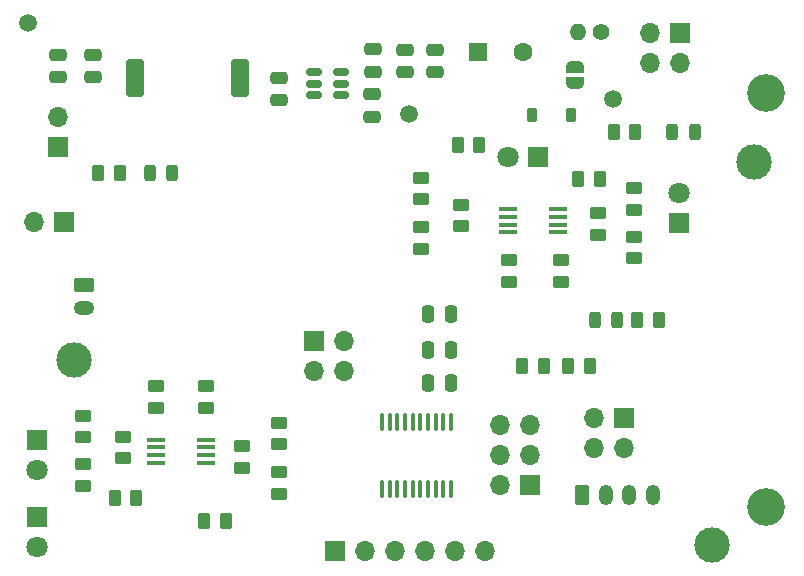
<source format=gbr>
%TF.GenerationSoftware,KiCad,Pcbnew,8.0.9-8.0.9-0~ubuntu24.04.1*%
%TF.CreationDate,2025-03-05T09:12:54+01:00*%
%TF.ProjectId,SpeedometerV1,53706565-646f-46d6-9574-657256312e6b,V2*%
%TF.SameCoordinates,Original*%
%TF.FileFunction,Soldermask,Top*%
%TF.FilePolarity,Negative*%
%FSLAX46Y46*%
G04 Gerber Fmt 4.6, Leading zero omitted, Abs format (unit mm)*
G04 Created by KiCad (PCBNEW 8.0.9-8.0.9-0~ubuntu24.04.1) date 2025-03-05 09:12:54*
%MOMM*%
%LPD*%
G01*
G04 APERTURE LIST*
G04 Aperture macros list*
%AMRoundRect*
0 Rectangle with rounded corners*
0 $1 Rounding radius*
0 $2 $3 $4 $5 $6 $7 $8 $9 X,Y pos of 4 corners*
0 Add a 4 corners polygon primitive as box body*
4,1,4,$2,$3,$4,$5,$6,$7,$8,$9,$2,$3,0*
0 Add four circle primitives for the rounded corners*
1,1,$1+$1,$2,$3*
1,1,$1+$1,$4,$5*
1,1,$1+$1,$6,$7*
1,1,$1+$1,$8,$9*
0 Add four rect primitives between the rounded corners*
20,1,$1+$1,$2,$3,$4,$5,0*
20,1,$1+$1,$4,$5,$6,$7,0*
20,1,$1+$1,$6,$7,$8,$9,0*
20,1,$1+$1,$8,$9,$2,$3,0*%
%AMFreePoly0*
4,1,19,0.500000,-0.750000,0.000000,-0.750000,0.000000,-0.744911,-0.071157,-0.744911,-0.207708,-0.704816,-0.327430,-0.627875,-0.420627,-0.520320,-0.479746,-0.390866,-0.500000,-0.250000,-0.500000,0.250000,-0.479746,0.390866,-0.420627,0.520320,-0.327430,0.627875,-0.207708,0.704816,-0.071157,0.744911,0.000000,0.744911,0.000000,0.750000,0.500000,0.750000,0.500000,-0.750000,0.500000,-0.750000,
$1*%
%AMFreePoly1*
4,1,19,0.000000,0.744911,0.071157,0.744911,0.207708,0.704816,0.327430,0.627875,0.420627,0.520320,0.479746,0.390866,0.500000,0.250000,0.500000,-0.250000,0.479746,-0.390866,0.420627,-0.520320,0.327430,-0.627875,0.207708,-0.704816,0.071157,-0.744911,0.000000,-0.744911,0.000000,-0.750000,-0.500000,-0.750000,-0.500000,0.750000,0.000000,0.750000,0.000000,0.744911,0.000000,0.744911,
$1*%
G04 Aperture macros list end*
%ADD10C,3.000000*%
%ADD11RoundRect,0.250000X-0.262500X-0.450000X0.262500X-0.450000X0.262500X0.450000X-0.262500X0.450000X0*%
%ADD12RoundRect,0.250000X-0.450000X0.262500X-0.450000X-0.262500X0.450000X-0.262500X0.450000X0.262500X0*%
%ADD13RoundRect,0.250000X0.262500X0.450000X-0.262500X0.450000X-0.262500X-0.450000X0.262500X-0.450000X0*%
%ADD14RoundRect,0.250000X0.450000X-0.262500X0.450000X0.262500X-0.450000X0.262500X-0.450000X-0.262500X0*%
%ADD15R,1.800000X1.800000*%
%ADD16C,1.800000*%
%ADD17C,1.500000*%
%ADD18RoundRect,0.250000X-0.250000X-0.475000X0.250000X-0.475000X0.250000X0.475000X-0.250000X0.475000X0*%
%ADD19RoundRect,0.250000X0.475000X-0.250000X0.475000X0.250000X-0.475000X0.250000X-0.475000X-0.250000X0*%
%ADD20RoundRect,0.250000X-0.475000X0.250000X-0.475000X-0.250000X0.475000X-0.250000X0.475000X0.250000X0*%
%ADD21RoundRect,0.150000X0.512500X0.150000X-0.512500X0.150000X-0.512500X-0.150000X0.512500X-0.150000X0*%
%ADD22RoundRect,0.100000X-0.100000X0.637500X-0.100000X-0.637500X0.100000X-0.637500X0.100000X0.637500X0*%
%ADD23R,1.700000X1.700000*%
%ADD24O,1.700000X1.700000*%
%ADD25C,3.200000*%
%ADD26RoundRect,0.243750X0.243750X0.456250X-0.243750X0.456250X-0.243750X-0.456250X0.243750X-0.456250X0*%
%ADD27C,1.400000*%
%ADD28O,1.400000X1.400000*%
%ADD29RoundRect,0.225000X-0.225000X-0.375000X0.225000X-0.375000X0.225000X0.375000X-0.225000X0.375000X0*%
%ADD30FreePoly0,90.000000*%
%ADD31FreePoly1,90.000000*%
%ADD32R,1.600000X1.600000*%
%ADD33C,1.600000*%
%ADD34RoundRect,0.400000X-0.400000X1.250000X-0.400000X-1.250000X0.400000X-1.250000X0.400000X1.250000X0*%
%ADD35RoundRect,0.250000X-0.350000X-0.625000X0.350000X-0.625000X0.350000X0.625000X-0.350000X0.625000X0*%
%ADD36O,1.200000X1.750000*%
%ADD37RoundRect,0.100000X0.687500X0.100000X-0.687500X0.100000X-0.687500X-0.100000X0.687500X-0.100000X0*%
%ADD38RoundRect,0.100000X-0.687500X-0.100000X0.687500X-0.100000X0.687500X0.100000X-0.687500X0.100000X0*%
%ADD39RoundRect,0.250000X-0.625000X0.350000X-0.625000X-0.350000X0.625000X-0.350000X0.625000X0.350000X0*%
%ADD40O,1.750000X1.200000*%
%ADD41RoundRect,0.243750X-0.243750X-0.456250X0.243750X-0.456250X0.243750X0.456250X-0.243750X0.456250X0*%
G04 APERTURE END LIST*
D10*
%TO.C,FID3*%
X98600000Y-49200000D03*
%TD*%
%TO.C,FID2*%
X95000000Y-81600000D03*
%TD*%
%TO.C,FID1*%
X41000000Y-66000000D03*
%TD*%
D11*
%TO.C,R14*%
X43025000Y-50150000D03*
X44850000Y-50150000D03*
%TD*%
D12*
%TO.C,R16*%
X52143750Y-68177500D03*
X52143750Y-70002500D03*
%TD*%
D13*
%TO.C,R11*%
X85512500Y-50660000D03*
X83687500Y-50660000D03*
%TD*%
D14*
%TO.C,R7*%
X88400000Y-57372500D03*
X88400000Y-55547500D03*
%TD*%
D15*
%TO.C,Q4*%
X37843750Y-79290000D03*
D16*
X37843750Y-81830000D03*
%TD*%
D17*
%TO.C,TP1*%
X86600000Y-43900000D03*
%TD*%
D18*
%TO.C,C10*%
X70975000Y-65090000D03*
X72875000Y-65090000D03*
%TD*%
D19*
%TO.C,C6*%
X42620000Y-42010000D03*
X42620000Y-40110000D03*
%TD*%
D13*
%TO.C,R1*%
X88512500Y-46650000D03*
X86687500Y-46650000D03*
%TD*%
D20*
%TO.C,C1*%
X58320000Y-42090000D03*
X58320000Y-43990000D03*
%TD*%
D21*
%TO.C,U3*%
X63620000Y-43520000D03*
X63620000Y-42570000D03*
X63620000Y-41620000D03*
X61345000Y-41620000D03*
X61345000Y-42570000D03*
X61345000Y-43520000D03*
%TD*%
D22*
%TO.C,U4*%
X72925000Y-71190000D03*
X72275000Y-71190000D03*
X71625000Y-71190000D03*
X70975000Y-71190000D03*
X70325000Y-71190000D03*
X69675000Y-71190000D03*
X69025000Y-71190000D03*
X68375000Y-71190000D03*
X67725000Y-71190000D03*
X67075000Y-71190000D03*
X67075000Y-76915000D03*
X67725000Y-76915000D03*
X68375000Y-76915000D03*
X69025000Y-76915000D03*
X69675000Y-76915000D03*
X70325000Y-76915000D03*
X70975000Y-76915000D03*
X71625000Y-76915000D03*
X72275000Y-76915000D03*
X72925000Y-76915000D03*
%TD*%
D14*
%TO.C,R15*%
X77800000Y-59372500D03*
X77800000Y-57547500D03*
%TD*%
D18*
%TO.C,C11*%
X70975000Y-67890000D03*
X72875000Y-67890000D03*
%TD*%
D23*
%TO.C,J6*%
X87600000Y-70860000D03*
D24*
X87600000Y-73400000D03*
X85060000Y-70860000D03*
X85060000Y-73400000D03*
%TD*%
D12*
%TO.C,R17*%
X73800000Y-52835000D03*
X73800000Y-54660000D03*
%TD*%
D23*
%TO.C,J2*%
X39600000Y-47940000D03*
D24*
X39600000Y-45400000D03*
%TD*%
D25*
%TO.C,H1*%
X99600000Y-78400000D03*
%TD*%
D18*
%TO.C,C9*%
X70975000Y-62090000D03*
X72875000Y-62090000D03*
%TD*%
D25*
%TO.C,H2*%
X99600000Y-43400000D03*
%TD*%
D12*
%TO.C,R20*%
X58343750Y-71277500D03*
X58343750Y-73102500D03*
%TD*%
D14*
%TO.C,R6*%
X45143750Y-74302500D03*
X45143750Y-72477500D03*
%TD*%
D26*
%TO.C,D3*%
X49275000Y-50150000D03*
X47400000Y-50150000D03*
%TD*%
D27*
%TO.C,TH1*%
X85600000Y-38165000D03*
D28*
X83700000Y-38165000D03*
%TD*%
D19*
%TO.C,C7*%
X39610000Y-42010000D03*
X39610000Y-40110000D03*
%TD*%
D29*
%TO.C,D2*%
X79750000Y-45200000D03*
X83050000Y-45200000D03*
%TD*%
D14*
%TO.C,R18*%
X55243750Y-75102500D03*
X55243750Y-73277500D03*
%TD*%
%TO.C,R19*%
X70400000Y-56572500D03*
X70400000Y-54747500D03*
%TD*%
D30*
%TO.C,JP1*%
X83400000Y-42500000D03*
D31*
X83400000Y-41200000D03*
%TD*%
D23*
%TO.C,J8*%
X79615000Y-76555000D03*
D24*
X77075000Y-76555000D03*
X79615000Y-74015000D03*
X77075000Y-74015000D03*
X79615000Y-71475000D03*
X77075000Y-71475000D03*
%TD*%
D12*
%TO.C,R23*%
X58343750Y-75477500D03*
X58343750Y-77302500D03*
%TD*%
%TO.C,R8*%
X41743750Y-70677500D03*
X41743750Y-72502500D03*
%TD*%
D32*
%TO.C,C2*%
X75210000Y-39880000D03*
D33*
X79010000Y-39880000D03*
%TD*%
D13*
%TO.C,R22*%
X75312500Y-47760000D03*
X73487500Y-47760000D03*
%TD*%
D14*
%TO.C,R10*%
X88400000Y-53260000D03*
X88400000Y-51435000D03*
%TD*%
D11*
%TO.C,R4*%
X78962500Y-66515000D03*
X80787500Y-66515000D03*
%TD*%
D19*
%TO.C,C3*%
X71600000Y-41600000D03*
X71600000Y-39700000D03*
%TD*%
D20*
%TO.C,C8*%
X66260000Y-43480000D03*
X66260000Y-45380000D03*
%TD*%
D34*
%TO.C,L1*%
X55070000Y-42060000D03*
X46170000Y-42060000D03*
%TD*%
D17*
%TO.C,TP2*%
X37100000Y-37400000D03*
%TD*%
D11*
%TO.C,R13*%
X44431250Y-77690000D03*
X46256250Y-77690000D03*
%TD*%
D12*
%TO.C,R12*%
X41743750Y-74777500D03*
X41743750Y-76602500D03*
%TD*%
D26*
%TO.C,D1*%
X93537500Y-46650000D03*
X91662500Y-46650000D03*
%TD*%
D35*
%TO.C,J9*%
X84000000Y-77400000D03*
D36*
X86000000Y-77400000D03*
X88000000Y-77400000D03*
X90000000Y-77400000D03*
%TD*%
D14*
%TO.C,R21*%
X70400000Y-52372500D03*
X70400000Y-50547500D03*
%TD*%
D17*
%TO.C,TP3*%
X69350000Y-45150000D03*
%TD*%
D15*
%TO.C,Q1*%
X92200000Y-54400000D03*
D16*
X92200000Y-51860000D03*
%TD*%
D19*
%TO.C,C4*%
X69000000Y-41600000D03*
X69000000Y-39700000D03*
%TD*%
%TO.C,C5*%
X66280000Y-41560000D03*
X66280000Y-39660000D03*
%TD*%
D15*
%TO.C,Q2*%
X37843750Y-72750000D03*
D16*
X37843750Y-75290000D03*
%TD*%
D11*
%TO.C,R24*%
X52031250Y-79590000D03*
X53856250Y-79590000D03*
%TD*%
D15*
%TO.C,Q3*%
X80300000Y-48760000D03*
D16*
X77760000Y-48760000D03*
%TD*%
D37*
%TO.C,U1*%
X82000000Y-55160000D03*
X82000000Y-54510000D03*
X82000000Y-53860000D03*
X82000000Y-53210000D03*
X77775000Y-53210000D03*
X77775000Y-53860000D03*
X77775000Y-54510000D03*
X77775000Y-55160000D03*
%TD*%
D12*
%TO.C,R5*%
X85400000Y-53547500D03*
X85400000Y-55372500D03*
%TD*%
D38*
%TO.C,U2*%
X47931250Y-72715000D03*
X47931250Y-73365000D03*
X47931250Y-74015000D03*
X47931250Y-74665000D03*
X52156250Y-74665000D03*
X52156250Y-74015000D03*
X52156250Y-73365000D03*
X52156250Y-72715000D03*
%TD*%
D11*
%TO.C,R9*%
X82825000Y-66515000D03*
X84650000Y-66515000D03*
%TD*%
D23*
%TO.C,J1*%
X92325000Y-38275000D03*
D24*
X92325000Y-40815000D03*
X89785000Y-38275000D03*
X89785000Y-40815000D03*
%TD*%
D14*
%TO.C,R2*%
X82200000Y-59372500D03*
X82200000Y-57547500D03*
%TD*%
D39*
%TO.C,J4*%
X41850000Y-59600000D03*
D40*
X41850000Y-61600000D03*
%TD*%
D23*
%TO.C,J5*%
X40140000Y-54275000D03*
D24*
X37600000Y-54275000D03*
%TD*%
D23*
%TO.C,J3*%
X63105000Y-82165000D03*
D24*
X65645000Y-82165000D03*
X68185000Y-82165000D03*
X70725000Y-82165000D03*
X73265000Y-82165000D03*
X75805000Y-82165000D03*
%TD*%
D13*
%TO.C,R25*%
X90512500Y-62600000D03*
X88687500Y-62600000D03*
%TD*%
D12*
%TO.C,R3*%
X47943750Y-68177500D03*
X47943750Y-70002500D03*
%TD*%
D23*
%TO.C,J7*%
X61325000Y-64375000D03*
D24*
X63865000Y-64375000D03*
X61325000Y-66915000D03*
X63865000Y-66915000D03*
%TD*%
D41*
%TO.C,D4*%
X85062500Y-62600000D03*
X86937500Y-62600000D03*
%TD*%
M02*

</source>
